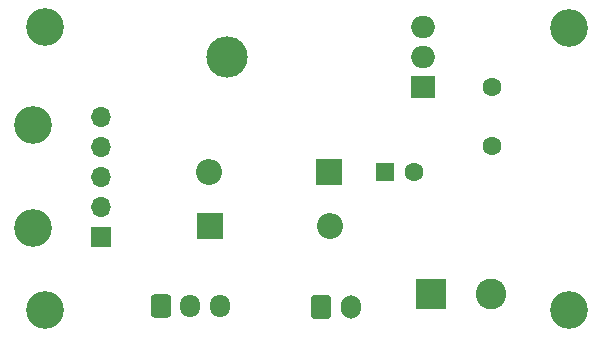
<source format=gbr>
%TF.GenerationSoftware,KiCad,Pcbnew,7.0.9*%
%TF.CreationDate,2023-11-12T11:40:10+01:00*%
%TF.ProjectId,CO2-PwrSupply,434f322d-5077-4725-9375-70706c792e6b,1.1*%
%TF.SameCoordinates,Original*%
%TF.FileFunction,Soldermask,Bot*%
%TF.FilePolarity,Negative*%
%FSLAX46Y46*%
G04 Gerber Fmt 4.6, Leading zero omitted, Abs format (unit mm)*
G04 Created by KiCad (PCBNEW 7.0.9) date 2023-11-12 11:40:10*
%MOMM*%
%LPD*%
G01*
G04 APERTURE LIST*
G04 Aperture macros list*
%AMRoundRect*
0 Rectangle with rounded corners*
0 $1 Rounding radius*
0 $2 $3 $4 $5 $6 $7 $8 $9 X,Y pos of 4 corners*
0 Add a 4 corners polygon primitive as box body*
4,1,4,$2,$3,$4,$5,$6,$7,$8,$9,$2,$3,0*
0 Add four circle primitives for the rounded corners*
1,1,$1+$1,$2,$3*
1,1,$1+$1,$4,$5*
1,1,$1+$1,$6,$7*
1,1,$1+$1,$8,$9*
0 Add four rect primitives between the rounded corners*
20,1,$1+$1,$2,$3,$4,$5,0*
20,1,$1+$1,$4,$5,$6,$7,0*
20,1,$1+$1,$6,$7,$8,$9,0*
20,1,$1+$1,$8,$9,$2,$3,0*%
G04 Aperture macros list end*
%ADD10C,3.200000*%
%ADD11RoundRect,0.250000X-0.600000X-0.725000X0.600000X-0.725000X0.600000X0.725000X-0.600000X0.725000X0*%
%ADD12O,1.700000X1.950000*%
%ADD13R,2.200000X2.200000*%
%ADD14O,2.200000X2.200000*%
%ADD15RoundRect,0.250000X-0.600000X-0.750000X0.600000X-0.750000X0.600000X0.750000X-0.600000X0.750000X0*%
%ADD16O,1.700000X2.000000*%
%ADD17R,1.700000X1.700000*%
%ADD18O,1.700000X1.700000*%
%ADD19O,3.500000X3.500000*%
%ADD20R,2.000000X1.905000*%
%ADD21O,2.000000X1.905000*%
%ADD22C,1.600000*%
%ADD23R,2.600000X2.600000*%
%ADD24C,2.600000*%
%ADD25R,1.600000X1.600000*%
G04 APERTURE END LIST*
D10*
%TO.C,REF\u002A\u002A*%
X91313000Y-46990000D03*
%TD*%
%TO.C,M3-1*%
X45989000Y-31315000D03*
%TD*%
D11*
%TO.C,J3*%
X56769000Y-46609000D03*
D12*
X59269000Y-46609000D03*
X61769000Y-46609000D03*
%TD*%
D10*
%TO.C,REF\u002A\u002A*%
X46990000Y-22987000D03*
%TD*%
%TO.C,REF\u002A\u002A*%
X46990000Y-46990000D03*
%TD*%
D13*
%TO.C,D2*%
X60960000Y-39878000D03*
D14*
X71120000Y-39878000D03*
%TD*%
D15*
%TO.C,J2*%
X70358000Y-46736000D03*
D16*
X72858000Y-46736000D03*
%TD*%
D17*
%TO.C,J5*%
X51704000Y-40814856D03*
D18*
X51704000Y-38274856D03*
X51704000Y-35734856D03*
X51704000Y-33194856D03*
X51704000Y-30654856D03*
%TD*%
D19*
%TO.C,U1*%
X62357000Y-25527000D03*
D20*
X79017000Y-28067000D03*
D21*
X79017000Y-25527000D03*
X79017000Y-22987000D03*
%TD*%
D22*
%TO.C,C2*%
X84836000Y-28107000D03*
X84836000Y-33107000D03*
%TD*%
D13*
%TO.C,D1*%
X70993000Y-35306000D03*
D14*
X60833000Y-35306000D03*
%TD*%
D23*
%TO.C,J4*%
X79629000Y-45593000D03*
D24*
X84709000Y-45593000D03*
%TD*%
D10*
%TO.C,REF\u002A\u002A*%
X91313000Y-23114000D03*
%TD*%
D25*
%TO.C,C1*%
X75756888Y-35306000D03*
D22*
X78256888Y-35306000D03*
%TD*%
D10*
%TO.C,M3-2*%
X45989000Y-40078000D03*
%TD*%
M02*

</source>
